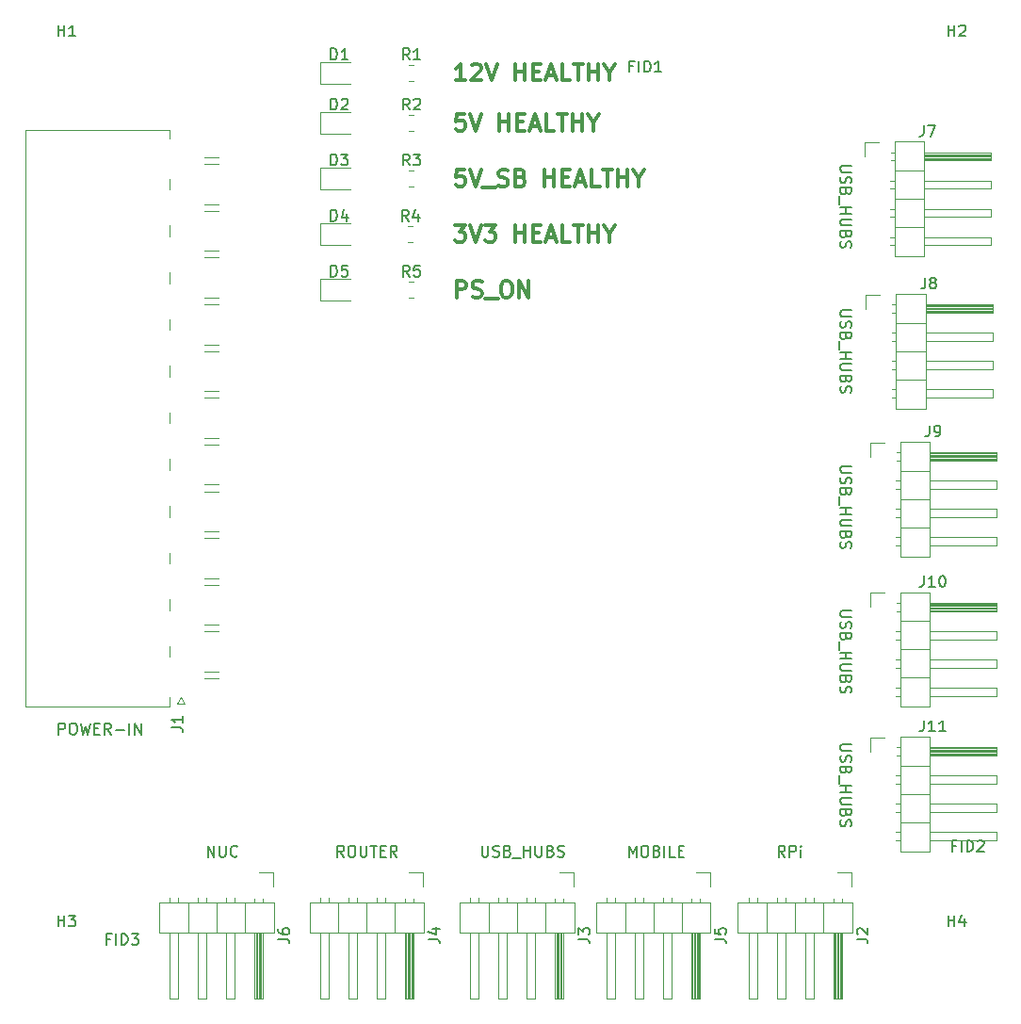
<source format=gbr>
%TF.GenerationSoftware,KiCad,Pcbnew,(6.0.7)*%
%TF.CreationDate,2022-11-08T16:58:00+08:00*%
%TF.ProjectId,main,6d61696e-2e6b-4696-9361-645f70636258,rev?*%
%TF.SameCoordinates,Original*%
%TF.FileFunction,Legend,Top*%
%TF.FilePolarity,Positive*%
%FSLAX46Y46*%
G04 Gerber Fmt 4.6, Leading zero omitted, Abs format (unit mm)*
G04 Created by KiCad (PCBNEW (6.0.7)) date 2022-11-08 16:58:00*
%MOMM*%
%LPD*%
G01*
G04 APERTURE LIST*
%ADD10C,0.300000*%
%ADD11C,0.150000*%
%ADD12C,0.120000*%
G04 APERTURE END LIST*
D10*
X65052142Y-50178571D02*
X65052142Y-48678571D01*
X65623571Y-48678571D01*
X65766428Y-48750000D01*
X65837857Y-48821428D01*
X65909285Y-48964285D01*
X65909285Y-49178571D01*
X65837857Y-49321428D01*
X65766428Y-49392857D01*
X65623571Y-49464285D01*
X65052142Y-49464285D01*
X66480714Y-50107142D02*
X66695000Y-50178571D01*
X67052142Y-50178571D01*
X67195000Y-50107142D01*
X67266428Y-50035714D01*
X67337857Y-49892857D01*
X67337857Y-49750000D01*
X67266428Y-49607142D01*
X67195000Y-49535714D01*
X67052142Y-49464285D01*
X66766428Y-49392857D01*
X66623571Y-49321428D01*
X66552142Y-49250000D01*
X66480714Y-49107142D01*
X66480714Y-48964285D01*
X66552142Y-48821428D01*
X66623571Y-48750000D01*
X66766428Y-48678571D01*
X67123571Y-48678571D01*
X67337857Y-48750000D01*
X67623571Y-50321428D02*
X68766428Y-50321428D01*
X69409285Y-48678571D02*
X69695000Y-48678571D01*
X69837857Y-48750000D01*
X69980714Y-48892857D01*
X70052142Y-49178571D01*
X70052142Y-49678571D01*
X69980714Y-49964285D01*
X69837857Y-50107142D01*
X69695000Y-50178571D01*
X69409285Y-50178571D01*
X69266428Y-50107142D01*
X69123571Y-49964285D01*
X69052142Y-49678571D01*
X69052142Y-49178571D01*
X69123571Y-48892857D01*
X69266428Y-48750000D01*
X69409285Y-48678571D01*
X70695000Y-50178571D02*
X70695000Y-48678571D01*
X71552142Y-50178571D01*
X71552142Y-48678571D01*
X65837857Y-30678571D02*
X64980714Y-30678571D01*
X65409285Y-30678571D02*
X65409285Y-29178571D01*
X65266428Y-29392857D01*
X65123571Y-29535714D01*
X64980714Y-29607142D01*
X66409285Y-29321428D02*
X66480714Y-29250000D01*
X66623571Y-29178571D01*
X66980714Y-29178571D01*
X67123571Y-29250000D01*
X67195000Y-29321428D01*
X67266428Y-29464285D01*
X67266428Y-29607142D01*
X67195000Y-29821428D01*
X66337857Y-30678571D01*
X67266428Y-30678571D01*
X67695000Y-29178571D02*
X68195000Y-30678571D01*
X68695000Y-29178571D01*
X70337857Y-30678571D02*
X70337857Y-29178571D01*
X70337857Y-29892857D02*
X71195000Y-29892857D01*
X71195000Y-30678571D02*
X71195000Y-29178571D01*
X71909285Y-29892857D02*
X72409285Y-29892857D01*
X72623571Y-30678571D02*
X71909285Y-30678571D01*
X71909285Y-29178571D01*
X72623571Y-29178571D01*
X73195000Y-30250000D02*
X73909285Y-30250000D01*
X73052142Y-30678571D02*
X73552142Y-29178571D01*
X74052142Y-30678571D01*
X75266428Y-30678571D02*
X74552142Y-30678571D01*
X74552142Y-29178571D01*
X75552142Y-29178571D02*
X76409285Y-29178571D01*
X75980714Y-30678571D02*
X75980714Y-29178571D01*
X76909285Y-30678571D02*
X76909285Y-29178571D01*
X76909285Y-29892857D02*
X77766428Y-29892857D01*
X77766428Y-30678571D02*
X77766428Y-29178571D01*
X78766428Y-29964285D02*
X78766428Y-30678571D01*
X78266428Y-29178571D02*
X78766428Y-29964285D01*
X79266428Y-29178571D01*
X65766428Y-38678571D02*
X65052142Y-38678571D01*
X64980714Y-39392857D01*
X65052142Y-39321428D01*
X65195000Y-39250000D01*
X65552142Y-39250000D01*
X65695000Y-39321428D01*
X65766428Y-39392857D01*
X65837857Y-39535714D01*
X65837857Y-39892857D01*
X65766428Y-40035714D01*
X65695000Y-40107142D01*
X65552142Y-40178571D01*
X65195000Y-40178571D01*
X65052142Y-40107142D01*
X64980714Y-40035714D01*
X66266428Y-38678571D02*
X66766428Y-40178571D01*
X67266428Y-38678571D01*
X67409285Y-40321428D02*
X68552142Y-40321428D01*
X68837857Y-40107142D02*
X69052142Y-40178571D01*
X69409285Y-40178571D01*
X69552142Y-40107142D01*
X69623571Y-40035714D01*
X69695000Y-39892857D01*
X69695000Y-39750000D01*
X69623571Y-39607142D01*
X69552142Y-39535714D01*
X69409285Y-39464285D01*
X69123571Y-39392857D01*
X68980714Y-39321428D01*
X68909285Y-39250000D01*
X68837857Y-39107142D01*
X68837857Y-38964285D01*
X68909285Y-38821428D01*
X68980714Y-38750000D01*
X69123571Y-38678571D01*
X69480714Y-38678571D01*
X69695000Y-38750000D01*
X70837857Y-39392857D02*
X71052142Y-39464285D01*
X71123571Y-39535714D01*
X71195000Y-39678571D01*
X71195000Y-39892857D01*
X71123571Y-40035714D01*
X71052142Y-40107142D01*
X70909285Y-40178571D01*
X70337857Y-40178571D01*
X70337857Y-38678571D01*
X70837857Y-38678571D01*
X70980714Y-38750000D01*
X71052142Y-38821428D01*
X71123571Y-38964285D01*
X71123571Y-39107142D01*
X71052142Y-39250000D01*
X70980714Y-39321428D01*
X70837857Y-39392857D01*
X70337857Y-39392857D01*
X72980714Y-40178571D02*
X72980714Y-38678571D01*
X72980714Y-39392857D02*
X73837857Y-39392857D01*
X73837857Y-40178571D02*
X73837857Y-38678571D01*
X74552142Y-39392857D02*
X75052142Y-39392857D01*
X75266428Y-40178571D02*
X74552142Y-40178571D01*
X74552142Y-38678571D01*
X75266428Y-38678571D01*
X75837857Y-39750000D02*
X76552142Y-39750000D01*
X75695000Y-40178571D02*
X76195000Y-38678571D01*
X76695000Y-40178571D01*
X77909285Y-40178571D02*
X77195000Y-40178571D01*
X77195000Y-38678571D01*
X78195000Y-38678571D02*
X79052142Y-38678571D01*
X78623571Y-40178571D02*
X78623571Y-38678571D01*
X79552142Y-40178571D02*
X79552142Y-38678571D01*
X79552142Y-39392857D02*
X80409285Y-39392857D01*
X80409285Y-40178571D02*
X80409285Y-38678571D01*
X81409285Y-39464285D02*
X81409285Y-40178571D01*
X80909285Y-38678571D02*
X81409285Y-39464285D01*
X81909285Y-38678571D01*
X65766428Y-33678571D02*
X65052142Y-33678571D01*
X64980714Y-34392857D01*
X65052142Y-34321428D01*
X65195000Y-34250000D01*
X65552142Y-34250000D01*
X65695000Y-34321428D01*
X65766428Y-34392857D01*
X65837857Y-34535714D01*
X65837857Y-34892857D01*
X65766428Y-35035714D01*
X65695000Y-35107142D01*
X65552142Y-35178571D01*
X65195000Y-35178571D01*
X65052142Y-35107142D01*
X64980714Y-35035714D01*
X66266428Y-33678571D02*
X66766428Y-35178571D01*
X67266428Y-33678571D01*
X68909285Y-35178571D02*
X68909285Y-33678571D01*
X68909285Y-34392857D02*
X69766428Y-34392857D01*
X69766428Y-35178571D02*
X69766428Y-33678571D01*
X70480714Y-34392857D02*
X70980714Y-34392857D01*
X71195000Y-35178571D02*
X70480714Y-35178571D01*
X70480714Y-33678571D01*
X71195000Y-33678571D01*
X71766428Y-34750000D02*
X72480714Y-34750000D01*
X71623571Y-35178571D02*
X72123571Y-33678571D01*
X72623571Y-35178571D01*
X73837857Y-35178571D02*
X73123571Y-35178571D01*
X73123571Y-33678571D01*
X74123571Y-33678571D02*
X74980714Y-33678571D01*
X74552142Y-35178571D02*
X74552142Y-33678571D01*
X75480714Y-35178571D02*
X75480714Y-33678571D01*
X75480714Y-34392857D02*
X76337857Y-34392857D01*
X76337857Y-35178571D02*
X76337857Y-33678571D01*
X77337857Y-34464285D02*
X77337857Y-35178571D01*
X76837857Y-33678571D02*
X77337857Y-34464285D01*
X77837857Y-33678571D01*
X64909285Y-43678571D02*
X65837857Y-43678571D01*
X65337857Y-44250000D01*
X65552142Y-44250000D01*
X65695000Y-44321428D01*
X65766428Y-44392857D01*
X65837857Y-44535714D01*
X65837857Y-44892857D01*
X65766428Y-45035714D01*
X65695000Y-45107142D01*
X65552142Y-45178571D01*
X65123571Y-45178571D01*
X64980714Y-45107142D01*
X64909285Y-45035714D01*
X66266428Y-43678571D02*
X66766428Y-45178571D01*
X67266428Y-43678571D01*
X67623571Y-43678571D02*
X68552142Y-43678571D01*
X68052142Y-44250000D01*
X68266428Y-44250000D01*
X68409285Y-44321428D01*
X68480714Y-44392857D01*
X68552142Y-44535714D01*
X68552142Y-44892857D01*
X68480714Y-45035714D01*
X68409285Y-45107142D01*
X68266428Y-45178571D01*
X67837857Y-45178571D01*
X67695000Y-45107142D01*
X67623571Y-45035714D01*
X70337857Y-45178571D02*
X70337857Y-43678571D01*
X70337857Y-44392857D02*
X71195000Y-44392857D01*
X71195000Y-45178571D02*
X71195000Y-43678571D01*
X71909285Y-44392857D02*
X72409285Y-44392857D01*
X72623571Y-45178571D02*
X71909285Y-45178571D01*
X71909285Y-43678571D01*
X72623571Y-43678571D01*
X73195000Y-44750000D02*
X73909285Y-44750000D01*
X73052142Y-45178571D02*
X73552142Y-43678571D01*
X74052142Y-45178571D01*
X75266428Y-45178571D02*
X74552142Y-45178571D01*
X74552142Y-43678571D01*
X75552142Y-43678571D02*
X76409285Y-43678571D01*
X75980714Y-45178571D02*
X75980714Y-43678571D01*
X76909285Y-45178571D02*
X76909285Y-43678571D01*
X76909285Y-44392857D02*
X77766428Y-44392857D01*
X77766428Y-45178571D02*
X77766428Y-43678571D01*
X78766428Y-44464285D02*
X78766428Y-45178571D01*
X78266428Y-43678571D02*
X78766428Y-44464285D01*
X79266428Y-43678571D01*
D11*
%TO.C,J8*%
X107176666Y-48382380D02*
X107176666Y-49096666D01*
X107129047Y-49239523D01*
X107033809Y-49334761D01*
X106890952Y-49382380D01*
X106795714Y-49382380D01*
X107795714Y-48810952D02*
X107700476Y-48763333D01*
X107652857Y-48715714D01*
X107605238Y-48620476D01*
X107605238Y-48572857D01*
X107652857Y-48477619D01*
X107700476Y-48430000D01*
X107795714Y-48382380D01*
X107986190Y-48382380D01*
X108081428Y-48430000D01*
X108129047Y-48477619D01*
X108176666Y-48572857D01*
X108176666Y-48620476D01*
X108129047Y-48715714D01*
X108081428Y-48763333D01*
X107986190Y-48810952D01*
X107795714Y-48810952D01*
X107700476Y-48858571D01*
X107652857Y-48906190D01*
X107605238Y-49001428D01*
X107605238Y-49191904D01*
X107652857Y-49287142D01*
X107700476Y-49334761D01*
X107795714Y-49382380D01*
X107986190Y-49382380D01*
X108081428Y-49334761D01*
X108129047Y-49287142D01*
X108176666Y-49191904D01*
X108176666Y-49001428D01*
X108129047Y-48906190D01*
X108081428Y-48858571D01*
X107986190Y-48810952D01*
X100547619Y-51333333D02*
X99738095Y-51333333D01*
X99642857Y-51380952D01*
X99595238Y-51428571D01*
X99547619Y-51523809D01*
X99547619Y-51714285D01*
X99595238Y-51809523D01*
X99642857Y-51857142D01*
X99738095Y-51904761D01*
X100547619Y-51904761D01*
X99595238Y-52333333D02*
X99547619Y-52476190D01*
X99547619Y-52714285D01*
X99595238Y-52809523D01*
X99642857Y-52857142D01*
X99738095Y-52904761D01*
X99833333Y-52904761D01*
X99928571Y-52857142D01*
X99976190Y-52809523D01*
X100023809Y-52714285D01*
X100071428Y-52523809D01*
X100119047Y-52428571D01*
X100166666Y-52380952D01*
X100261904Y-52333333D01*
X100357142Y-52333333D01*
X100452380Y-52380952D01*
X100500000Y-52428571D01*
X100547619Y-52523809D01*
X100547619Y-52761904D01*
X100500000Y-52904761D01*
X100071428Y-53666666D02*
X100023809Y-53809523D01*
X99976190Y-53857142D01*
X99880952Y-53904761D01*
X99738095Y-53904761D01*
X99642857Y-53857142D01*
X99595238Y-53809523D01*
X99547619Y-53714285D01*
X99547619Y-53333333D01*
X100547619Y-53333333D01*
X100547619Y-53666666D01*
X100500000Y-53761904D01*
X100452380Y-53809523D01*
X100357142Y-53857142D01*
X100261904Y-53857142D01*
X100166666Y-53809523D01*
X100119047Y-53761904D01*
X100071428Y-53666666D01*
X100071428Y-53333333D01*
X99452380Y-54095238D02*
X99452380Y-54857142D01*
X99547619Y-55095238D02*
X100547619Y-55095238D01*
X100071428Y-55095238D02*
X100071428Y-55666666D01*
X99547619Y-55666666D02*
X100547619Y-55666666D01*
X100547619Y-56142857D02*
X99738095Y-56142857D01*
X99642857Y-56190476D01*
X99595238Y-56238095D01*
X99547619Y-56333333D01*
X99547619Y-56523809D01*
X99595238Y-56619047D01*
X99642857Y-56666666D01*
X99738095Y-56714285D01*
X100547619Y-56714285D01*
X100071428Y-57523809D02*
X100023809Y-57666666D01*
X99976190Y-57714285D01*
X99880952Y-57761904D01*
X99738095Y-57761904D01*
X99642857Y-57714285D01*
X99595238Y-57666666D01*
X99547619Y-57571428D01*
X99547619Y-57190476D01*
X100547619Y-57190476D01*
X100547619Y-57523809D01*
X100500000Y-57619047D01*
X100452380Y-57666666D01*
X100357142Y-57714285D01*
X100261904Y-57714285D01*
X100166666Y-57666666D01*
X100119047Y-57619047D01*
X100071428Y-57523809D01*
X100071428Y-57190476D01*
X99595238Y-58142857D02*
X99547619Y-58285714D01*
X99547619Y-58523809D01*
X99595238Y-58619047D01*
X99642857Y-58666666D01*
X99738095Y-58714285D01*
X99833333Y-58714285D01*
X99928571Y-58666666D01*
X99976190Y-58619047D01*
X100023809Y-58523809D01*
X100071428Y-58333333D01*
X100119047Y-58238095D01*
X100166666Y-58190476D01*
X100261904Y-58142857D01*
X100357142Y-58142857D01*
X100452380Y-58190476D01*
X100500000Y-58238095D01*
X100547619Y-58333333D01*
X100547619Y-58571428D01*
X100500000Y-58714285D01*
%TO.C,H4*%
X109238095Y-106702380D02*
X109238095Y-105702380D01*
X109238095Y-106178571D02*
X109809523Y-106178571D01*
X109809523Y-106702380D02*
X109809523Y-105702380D01*
X110714285Y-106035714D02*
X110714285Y-106702380D01*
X110476190Y-105654761D02*
X110238095Y-106369047D01*
X110857142Y-106369047D01*
%TO.C,FID1*%
X80928571Y-29388571D02*
X80595238Y-29388571D01*
X80595238Y-29912380D02*
X80595238Y-28912380D01*
X81071428Y-28912380D01*
X81452380Y-29912380D02*
X81452380Y-28912380D01*
X81928571Y-29912380D02*
X81928571Y-28912380D01*
X82166666Y-28912380D01*
X82309523Y-28960000D01*
X82404761Y-29055238D01*
X82452380Y-29150476D01*
X82500000Y-29340952D01*
X82500000Y-29483809D01*
X82452380Y-29674285D01*
X82404761Y-29769523D01*
X82309523Y-29864761D01*
X82166666Y-29912380D01*
X81928571Y-29912380D01*
X83452380Y-29912380D02*
X82880952Y-29912380D01*
X83166666Y-29912380D02*
X83166666Y-28912380D01*
X83071428Y-29055238D01*
X82976190Y-29150476D01*
X82880952Y-29198095D01*
%TO.C,H1*%
X29238095Y-26702380D02*
X29238095Y-25702380D01*
X29238095Y-26178571D02*
X29809523Y-26178571D01*
X29809523Y-26702380D02*
X29809523Y-25702380D01*
X30809523Y-26702380D02*
X30238095Y-26702380D01*
X30523809Y-26702380D02*
X30523809Y-25702380D01*
X30428571Y-25845238D01*
X30333333Y-25940476D01*
X30238095Y-25988095D01*
%TO.C,H3*%
X29238095Y-106702380D02*
X29238095Y-105702380D01*
X29238095Y-106178571D02*
X29809523Y-106178571D01*
X29809523Y-106702380D02*
X29809523Y-105702380D01*
X30190476Y-105702380D02*
X30809523Y-105702380D01*
X30476190Y-106083333D01*
X30619047Y-106083333D01*
X30714285Y-106130952D01*
X30761904Y-106178571D01*
X30809523Y-106273809D01*
X30809523Y-106511904D01*
X30761904Y-106607142D01*
X30714285Y-106654761D01*
X30619047Y-106702380D01*
X30333333Y-106702380D01*
X30238095Y-106654761D01*
X30190476Y-106607142D01*
%TO.C,D3*%
X53761904Y-38302380D02*
X53761904Y-37302380D01*
X54000000Y-37302380D01*
X54142857Y-37350000D01*
X54238095Y-37445238D01*
X54285714Y-37540476D01*
X54333333Y-37730952D01*
X54333333Y-37873809D01*
X54285714Y-38064285D01*
X54238095Y-38159523D01*
X54142857Y-38254761D01*
X54000000Y-38302380D01*
X53761904Y-38302380D01*
X54666666Y-37302380D02*
X55285714Y-37302380D01*
X54952380Y-37683333D01*
X55095238Y-37683333D01*
X55190476Y-37730952D01*
X55238095Y-37778571D01*
X55285714Y-37873809D01*
X55285714Y-38111904D01*
X55238095Y-38207142D01*
X55190476Y-38254761D01*
X55095238Y-38302380D01*
X54809523Y-38302380D01*
X54714285Y-38254761D01*
X54666666Y-38207142D01*
%TO.C,J7*%
X107051666Y-34682380D02*
X107051666Y-35396666D01*
X107004047Y-35539523D01*
X106908809Y-35634761D01*
X106765952Y-35682380D01*
X106670714Y-35682380D01*
X107432619Y-34682380D02*
X108099285Y-34682380D01*
X107670714Y-35682380D01*
X100547619Y-38333333D02*
X99738095Y-38333333D01*
X99642857Y-38380952D01*
X99595238Y-38428571D01*
X99547619Y-38523809D01*
X99547619Y-38714285D01*
X99595238Y-38809523D01*
X99642857Y-38857142D01*
X99738095Y-38904761D01*
X100547619Y-38904761D01*
X99595238Y-39333333D02*
X99547619Y-39476190D01*
X99547619Y-39714285D01*
X99595238Y-39809523D01*
X99642857Y-39857142D01*
X99738095Y-39904761D01*
X99833333Y-39904761D01*
X99928571Y-39857142D01*
X99976190Y-39809523D01*
X100023809Y-39714285D01*
X100071428Y-39523809D01*
X100119047Y-39428571D01*
X100166666Y-39380952D01*
X100261904Y-39333333D01*
X100357142Y-39333333D01*
X100452380Y-39380952D01*
X100500000Y-39428571D01*
X100547619Y-39523809D01*
X100547619Y-39761904D01*
X100500000Y-39904761D01*
X100071428Y-40666666D02*
X100023809Y-40809523D01*
X99976190Y-40857142D01*
X99880952Y-40904761D01*
X99738095Y-40904761D01*
X99642857Y-40857142D01*
X99595238Y-40809523D01*
X99547619Y-40714285D01*
X99547619Y-40333333D01*
X100547619Y-40333333D01*
X100547619Y-40666666D01*
X100500000Y-40761904D01*
X100452380Y-40809523D01*
X100357142Y-40857142D01*
X100261904Y-40857142D01*
X100166666Y-40809523D01*
X100119047Y-40761904D01*
X100071428Y-40666666D01*
X100071428Y-40333333D01*
X99452380Y-41095238D02*
X99452380Y-41857142D01*
X99547619Y-42095238D02*
X100547619Y-42095238D01*
X100071428Y-42095238D02*
X100071428Y-42666666D01*
X99547619Y-42666666D02*
X100547619Y-42666666D01*
X100547619Y-43142857D02*
X99738095Y-43142857D01*
X99642857Y-43190476D01*
X99595238Y-43238095D01*
X99547619Y-43333333D01*
X99547619Y-43523809D01*
X99595238Y-43619047D01*
X99642857Y-43666666D01*
X99738095Y-43714285D01*
X100547619Y-43714285D01*
X100071428Y-44523809D02*
X100023809Y-44666666D01*
X99976190Y-44714285D01*
X99880952Y-44761904D01*
X99738095Y-44761904D01*
X99642857Y-44714285D01*
X99595238Y-44666666D01*
X99547619Y-44571428D01*
X99547619Y-44190476D01*
X100547619Y-44190476D01*
X100547619Y-44523809D01*
X100500000Y-44619047D01*
X100452380Y-44666666D01*
X100357142Y-44714285D01*
X100261904Y-44714285D01*
X100166666Y-44666666D01*
X100119047Y-44619047D01*
X100071428Y-44523809D01*
X100071428Y-44190476D01*
X99595238Y-45142857D02*
X99547619Y-45285714D01*
X99547619Y-45523809D01*
X99595238Y-45619047D01*
X99642857Y-45666666D01*
X99738095Y-45714285D01*
X99833333Y-45714285D01*
X99928571Y-45666666D01*
X99976190Y-45619047D01*
X100023809Y-45523809D01*
X100071428Y-45333333D01*
X100119047Y-45238095D01*
X100166666Y-45190476D01*
X100261904Y-45142857D01*
X100357142Y-45142857D01*
X100452380Y-45190476D01*
X100500000Y-45238095D01*
X100547619Y-45333333D01*
X100547619Y-45571428D01*
X100500000Y-45714285D01*
%TO.C,R4*%
X60745833Y-43302380D02*
X60412500Y-42826190D01*
X60174404Y-43302380D02*
X60174404Y-42302380D01*
X60555357Y-42302380D01*
X60650595Y-42350000D01*
X60698214Y-42397619D01*
X60745833Y-42492857D01*
X60745833Y-42635714D01*
X60698214Y-42730952D01*
X60650595Y-42778571D01*
X60555357Y-42826190D01*
X60174404Y-42826190D01*
X61602976Y-42635714D02*
X61602976Y-43302380D01*
X61364880Y-42254761D02*
X61126785Y-42969047D01*
X61745833Y-42969047D01*
%TO.C,J5*%
X88272380Y-107843333D02*
X88986666Y-107843333D01*
X89129523Y-107890952D01*
X89224761Y-107986190D01*
X89272380Y-108129047D01*
X89272380Y-108224285D01*
X88272380Y-106890952D02*
X88272380Y-107367142D01*
X88748571Y-107414761D01*
X88700952Y-107367142D01*
X88653333Y-107271904D01*
X88653333Y-107033809D01*
X88700952Y-106938571D01*
X88748571Y-106890952D01*
X88843809Y-106843333D01*
X89081904Y-106843333D01*
X89177142Y-106890952D01*
X89224761Y-106938571D01*
X89272380Y-107033809D01*
X89272380Y-107271904D01*
X89224761Y-107367142D01*
X89177142Y-107414761D01*
X80547619Y-100452380D02*
X80547619Y-99452380D01*
X80880952Y-100166666D01*
X81214285Y-99452380D01*
X81214285Y-100452380D01*
X81880952Y-99452380D02*
X82071428Y-99452380D01*
X82166666Y-99500000D01*
X82261904Y-99595238D01*
X82309523Y-99785714D01*
X82309523Y-100119047D01*
X82261904Y-100309523D01*
X82166666Y-100404761D01*
X82071428Y-100452380D01*
X81880952Y-100452380D01*
X81785714Y-100404761D01*
X81690476Y-100309523D01*
X81642857Y-100119047D01*
X81642857Y-99785714D01*
X81690476Y-99595238D01*
X81785714Y-99500000D01*
X81880952Y-99452380D01*
X83071428Y-99928571D02*
X83214285Y-99976190D01*
X83261904Y-100023809D01*
X83309523Y-100119047D01*
X83309523Y-100261904D01*
X83261904Y-100357142D01*
X83214285Y-100404761D01*
X83119047Y-100452380D01*
X82738095Y-100452380D01*
X82738095Y-99452380D01*
X83071428Y-99452380D01*
X83166666Y-99500000D01*
X83214285Y-99547619D01*
X83261904Y-99642857D01*
X83261904Y-99738095D01*
X83214285Y-99833333D01*
X83166666Y-99880952D01*
X83071428Y-99928571D01*
X82738095Y-99928571D01*
X83738095Y-100452380D02*
X83738095Y-99452380D01*
X84690476Y-100452380D02*
X84214285Y-100452380D01*
X84214285Y-99452380D01*
X85023809Y-99928571D02*
X85357142Y-99928571D01*
X85500000Y-100452380D02*
X85023809Y-100452380D01*
X85023809Y-99452380D01*
X85500000Y-99452380D01*
%TO.C,R5*%
X60833333Y-48302380D02*
X60500000Y-47826190D01*
X60261904Y-48302380D02*
X60261904Y-47302380D01*
X60642857Y-47302380D01*
X60738095Y-47350000D01*
X60785714Y-47397619D01*
X60833333Y-47492857D01*
X60833333Y-47635714D01*
X60785714Y-47730952D01*
X60738095Y-47778571D01*
X60642857Y-47826190D01*
X60261904Y-47826190D01*
X61738095Y-47302380D02*
X61261904Y-47302380D01*
X61214285Y-47778571D01*
X61261904Y-47730952D01*
X61357142Y-47683333D01*
X61595238Y-47683333D01*
X61690476Y-47730952D01*
X61738095Y-47778571D01*
X61785714Y-47873809D01*
X61785714Y-48111904D01*
X61738095Y-48207142D01*
X61690476Y-48254761D01*
X61595238Y-48302380D01*
X61357142Y-48302380D01*
X61261904Y-48254761D01*
X61214285Y-48207142D01*
%TO.C,J9*%
X107551666Y-61682380D02*
X107551666Y-62396666D01*
X107504047Y-62539523D01*
X107408809Y-62634761D01*
X107265952Y-62682380D01*
X107170714Y-62682380D01*
X108075476Y-62682380D02*
X108265952Y-62682380D01*
X108361190Y-62634761D01*
X108408809Y-62587142D01*
X108504047Y-62444285D01*
X108551666Y-62253809D01*
X108551666Y-61872857D01*
X108504047Y-61777619D01*
X108456428Y-61730000D01*
X108361190Y-61682380D01*
X108170714Y-61682380D01*
X108075476Y-61730000D01*
X108027857Y-61777619D01*
X107980238Y-61872857D01*
X107980238Y-62110952D01*
X108027857Y-62206190D01*
X108075476Y-62253809D01*
X108170714Y-62301428D01*
X108361190Y-62301428D01*
X108456428Y-62253809D01*
X108504047Y-62206190D01*
X108551666Y-62110952D01*
X100547619Y-65333333D02*
X99738095Y-65333333D01*
X99642857Y-65380952D01*
X99595238Y-65428571D01*
X99547619Y-65523809D01*
X99547619Y-65714285D01*
X99595238Y-65809523D01*
X99642857Y-65857142D01*
X99738095Y-65904761D01*
X100547619Y-65904761D01*
X99595238Y-66333333D02*
X99547619Y-66476190D01*
X99547619Y-66714285D01*
X99595238Y-66809523D01*
X99642857Y-66857142D01*
X99738095Y-66904761D01*
X99833333Y-66904761D01*
X99928571Y-66857142D01*
X99976190Y-66809523D01*
X100023809Y-66714285D01*
X100071428Y-66523809D01*
X100119047Y-66428571D01*
X100166666Y-66380952D01*
X100261904Y-66333333D01*
X100357142Y-66333333D01*
X100452380Y-66380952D01*
X100500000Y-66428571D01*
X100547619Y-66523809D01*
X100547619Y-66761904D01*
X100500000Y-66904761D01*
X100071428Y-67666666D02*
X100023809Y-67809523D01*
X99976190Y-67857142D01*
X99880952Y-67904761D01*
X99738095Y-67904761D01*
X99642857Y-67857142D01*
X99595238Y-67809523D01*
X99547619Y-67714285D01*
X99547619Y-67333333D01*
X100547619Y-67333333D01*
X100547619Y-67666666D01*
X100500000Y-67761904D01*
X100452380Y-67809523D01*
X100357142Y-67857142D01*
X100261904Y-67857142D01*
X100166666Y-67809523D01*
X100119047Y-67761904D01*
X100071428Y-67666666D01*
X100071428Y-67333333D01*
X99452380Y-68095238D02*
X99452380Y-68857142D01*
X99547619Y-69095238D02*
X100547619Y-69095238D01*
X100071428Y-69095238D02*
X100071428Y-69666666D01*
X99547619Y-69666666D02*
X100547619Y-69666666D01*
X100547619Y-70142857D02*
X99738095Y-70142857D01*
X99642857Y-70190476D01*
X99595238Y-70238095D01*
X99547619Y-70333333D01*
X99547619Y-70523809D01*
X99595238Y-70619047D01*
X99642857Y-70666666D01*
X99738095Y-70714285D01*
X100547619Y-70714285D01*
X100071428Y-71523809D02*
X100023809Y-71666666D01*
X99976190Y-71714285D01*
X99880952Y-71761904D01*
X99738095Y-71761904D01*
X99642857Y-71714285D01*
X99595238Y-71666666D01*
X99547619Y-71571428D01*
X99547619Y-71190476D01*
X100547619Y-71190476D01*
X100547619Y-71523809D01*
X100500000Y-71619047D01*
X100452380Y-71666666D01*
X100357142Y-71714285D01*
X100261904Y-71714285D01*
X100166666Y-71666666D01*
X100119047Y-71619047D01*
X100071428Y-71523809D01*
X100071428Y-71190476D01*
X99595238Y-72142857D02*
X99547619Y-72285714D01*
X99547619Y-72523809D01*
X99595238Y-72619047D01*
X99642857Y-72666666D01*
X99738095Y-72714285D01*
X99833333Y-72714285D01*
X99928571Y-72666666D01*
X99976190Y-72619047D01*
X100023809Y-72523809D01*
X100071428Y-72333333D01*
X100119047Y-72238095D01*
X100166666Y-72190476D01*
X100261904Y-72142857D01*
X100357142Y-72142857D01*
X100452380Y-72190476D01*
X100500000Y-72238095D01*
X100547619Y-72333333D01*
X100547619Y-72571428D01*
X100500000Y-72714285D01*
%TO.C,J3*%
X76022380Y-107843333D02*
X76736666Y-107843333D01*
X76879523Y-107890952D01*
X76974761Y-107986190D01*
X77022380Y-108129047D01*
X77022380Y-108224285D01*
X76022380Y-107462380D02*
X76022380Y-106843333D01*
X76403333Y-107176666D01*
X76403333Y-107033809D01*
X76450952Y-106938571D01*
X76498571Y-106890952D01*
X76593809Y-106843333D01*
X76831904Y-106843333D01*
X76927142Y-106890952D01*
X76974761Y-106938571D01*
X77022380Y-107033809D01*
X77022380Y-107319523D01*
X76974761Y-107414761D01*
X76927142Y-107462380D01*
X67333333Y-99452380D02*
X67333333Y-100261904D01*
X67380952Y-100357142D01*
X67428571Y-100404761D01*
X67523809Y-100452380D01*
X67714285Y-100452380D01*
X67809523Y-100404761D01*
X67857142Y-100357142D01*
X67904761Y-100261904D01*
X67904761Y-99452380D01*
X68333333Y-100404761D02*
X68476190Y-100452380D01*
X68714285Y-100452380D01*
X68809523Y-100404761D01*
X68857142Y-100357142D01*
X68904761Y-100261904D01*
X68904761Y-100166666D01*
X68857142Y-100071428D01*
X68809523Y-100023809D01*
X68714285Y-99976190D01*
X68523809Y-99928571D01*
X68428571Y-99880952D01*
X68380952Y-99833333D01*
X68333333Y-99738095D01*
X68333333Y-99642857D01*
X68380952Y-99547619D01*
X68428571Y-99500000D01*
X68523809Y-99452380D01*
X68761904Y-99452380D01*
X68904761Y-99500000D01*
X69666666Y-99928571D02*
X69809523Y-99976190D01*
X69857142Y-100023809D01*
X69904761Y-100119047D01*
X69904761Y-100261904D01*
X69857142Y-100357142D01*
X69809523Y-100404761D01*
X69714285Y-100452380D01*
X69333333Y-100452380D01*
X69333333Y-99452380D01*
X69666666Y-99452380D01*
X69761904Y-99500000D01*
X69809523Y-99547619D01*
X69857142Y-99642857D01*
X69857142Y-99738095D01*
X69809523Y-99833333D01*
X69761904Y-99880952D01*
X69666666Y-99928571D01*
X69333333Y-99928571D01*
X70095238Y-100547619D02*
X70857142Y-100547619D01*
X71095238Y-100452380D02*
X71095238Y-99452380D01*
X71095238Y-99928571D02*
X71666666Y-99928571D01*
X71666666Y-100452380D02*
X71666666Y-99452380D01*
X72142857Y-99452380D02*
X72142857Y-100261904D01*
X72190476Y-100357142D01*
X72238095Y-100404761D01*
X72333333Y-100452380D01*
X72523809Y-100452380D01*
X72619047Y-100404761D01*
X72666666Y-100357142D01*
X72714285Y-100261904D01*
X72714285Y-99452380D01*
X73523809Y-99928571D02*
X73666666Y-99976190D01*
X73714285Y-100023809D01*
X73761904Y-100119047D01*
X73761904Y-100261904D01*
X73714285Y-100357142D01*
X73666666Y-100404761D01*
X73571428Y-100452380D01*
X73190476Y-100452380D01*
X73190476Y-99452380D01*
X73523809Y-99452380D01*
X73619047Y-99500000D01*
X73666666Y-99547619D01*
X73714285Y-99642857D01*
X73714285Y-99738095D01*
X73666666Y-99833333D01*
X73619047Y-99880952D01*
X73523809Y-99928571D01*
X73190476Y-99928571D01*
X74142857Y-100404761D02*
X74285714Y-100452380D01*
X74523809Y-100452380D01*
X74619047Y-100404761D01*
X74666666Y-100357142D01*
X74714285Y-100261904D01*
X74714285Y-100166666D01*
X74666666Y-100071428D01*
X74619047Y-100023809D01*
X74523809Y-99976190D01*
X74333333Y-99928571D01*
X74238095Y-99880952D01*
X74190476Y-99833333D01*
X74142857Y-99738095D01*
X74142857Y-99642857D01*
X74190476Y-99547619D01*
X74238095Y-99500000D01*
X74333333Y-99452380D01*
X74571428Y-99452380D01*
X74714285Y-99500000D01*
%TO.C,FID2*%
X109928571Y-99452071D02*
X109595238Y-99452071D01*
X109595238Y-99975880D02*
X109595238Y-98975880D01*
X110071428Y-98975880D01*
X110452380Y-99975880D02*
X110452380Y-98975880D01*
X110928571Y-99975880D02*
X110928571Y-98975880D01*
X111166666Y-98975880D01*
X111309523Y-99023500D01*
X111404761Y-99118738D01*
X111452380Y-99213976D01*
X111500000Y-99404452D01*
X111500000Y-99547309D01*
X111452380Y-99737785D01*
X111404761Y-99833023D01*
X111309523Y-99928261D01*
X111166666Y-99975880D01*
X110928571Y-99975880D01*
X111880952Y-99071119D02*
X111928571Y-99023500D01*
X112023809Y-98975880D01*
X112261904Y-98975880D01*
X112357142Y-99023500D01*
X112404761Y-99071119D01*
X112452380Y-99166357D01*
X112452380Y-99261595D01*
X112404761Y-99404452D01*
X111833333Y-99975880D01*
X112452380Y-99975880D01*
%TO.C,J2*%
X101022380Y-107843333D02*
X101736666Y-107843333D01*
X101879523Y-107890952D01*
X101974761Y-107986190D01*
X102022380Y-108129047D01*
X102022380Y-108224285D01*
X101117619Y-107414761D02*
X101070000Y-107367142D01*
X101022380Y-107271904D01*
X101022380Y-107033809D01*
X101070000Y-106938571D01*
X101117619Y-106890952D01*
X101212857Y-106843333D01*
X101308095Y-106843333D01*
X101450952Y-106890952D01*
X102022380Y-107462380D01*
X102022380Y-106843333D01*
X94571428Y-100452380D02*
X94238095Y-99976190D01*
X94000000Y-100452380D02*
X94000000Y-99452380D01*
X94380952Y-99452380D01*
X94476190Y-99500000D01*
X94523809Y-99547619D01*
X94571428Y-99642857D01*
X94571428Y-99785714D01*
X94523809Y-99880952D01*
X94476190Y-99928571D01*
X94380952Y-99976190D01*
X94000000Y-99976190D01*
X95000000Y-100452380D02*
X95000000Y-99452380D01*
X95380952Y-99452380D01*
X95476190Y-99500000D01*
X95523809Y-99547619D01*
X95571428Y-99642857D01*
X95571428Y-99785714D01*
X95523809Y-99880952D01*
X95476190Y-99928571D01*
X95380952Y-99976190D01*
X95000000Y-99976190D01*
X96000000Y-100452380D02*
X96000000Y-99785714D01*
X96000000Y-99452380D02*
X95952380Y-99500000D01*
X96000000Y-99547619D01*
X96047619Y-99500000D01*
X96000000Y-99452380D01*
X96000000Y-99547619D01*
%TO.C,D4*%
X53761904Y-43302380D02*
X53761904Y-42302380D01*
X54000000Y-42302380D01*
X54142857Y-42350000D01*
X54238095Y-42445238D01*
X54285714Y-42540476D01*
X54333333Y-42730952D01*
X54333333Y-42873809D01*
X54285714Y-43064285D01*
X54238095Y-43159523D01*
X54142857Y-43254761D01*
X54000000Y-43302380D01*
X53761904Y-43302380D01*
X55190476Y-42635714D02*
X55190476Y-43302380D01*
X54952380Y-42254761D02*
X54714285Y-42969047D01*
X55333333Y-42969047D01*
%TO.C,D1*%
X53761904Y-28802380D02*
X53761904Y-27802380D01*
X54000000Y-27802380D01*
X54142857Y-27850000D01*
X54238095Y-27945238D01*
X54285714Y-28040476D01*
X54333333Y-28230952D01*
X54333333Y-28373809D01*
X54285714Y-28564285D01*
X54238095Y-28659523D01*
X54142857Y-28754761D01*
X54000000Y-28802380D01*
X53761904Y-28802380D01*
X55285714Y-28802380D02*
X54714285Y-28802380D01*
X55000000Y-28802380D02*
X55000000Y-27802380D01*
X54904761Y-27945238D01*
X54809523Y-28040476D01*
X54714285Y-28088095D01*
%TO.C,J1*%
X39452380Y-88833333D02*
X40166666Y-88833333D01*
X40309523Y-88880952D01*
X40404761Y-88976190D01*
X40452380Y-89119047D01*
X40452380Y-89214285D01*
X40452380Y-87833333D02*
X40452380Y-88404761D01*
X40452380Y-88119047D02*
X39452380Y-88119047D01*
X39595238Y-88214285D01*
X39690476Y-88309523D01*
X39738095Y-88404761D01*
X29309523Y-89452380D02*
X29309523Y-88452380D01*
X29690476Y-88452380D01*
X29785714Y-88500000D01*
X29833333Y-88547619D01*
X29880952Y-88642857D01*
X29880952Y-88785714D01*
X29833333Y-88880952D01*
X29785714Y-88928571D01*
X29690476Y-88976190D01*
X29309523Y-88976190D01*
X30500000Y-88452380D02*
X30690476Y-88452380D01*
X30785714Y-88500000D01*
X30880952Y-88595238D01*
X30928571Y-88785714D01*
X30928571Y-89119047D01*
X30880952Y-89309523D01*
X30785714Y-89404761D01*
X30690476Y-89452380D01*
X30500000Y-89452380D01*
X30404761Y-89404761D01*
X30309523Y-89309523D01*
X30261904Y-89119047D01*
X30261904Y-88785714D01*
X30309523Y-88595238D01*
X30404761Y-88500000D01*
X30500000Y-88452380D01*
X31261904Y-88452380D02*
X31500000Y-89452380D01*
X31690476Y-88738095D01*
X31880952Y-89452380D01*
X32119047Y-88452380D01*
X32500000Y-88928571D02*
X32833333Y-88928571D01*
X32976190Y-89452380D02*
X32500000Y-89452380D01*
X32500000Y-88452380D01*
X32976190Y-88452380D01*
X33976190Y-89452380D02*
X33642857Y-88976190D01*
X33404761Y-89452380D02*
X33404761Y-88452380D01*
X33785714Y-88452380D01*
X33880952Y-88500000D01*
X33928571Y-88547619D01*
X33976190Y-88642857D01*
X33976190Y-88785714D01*
X33928571Y-88880952D01*
X33880952Y-88928571D01*
X33785714Y-88976190D01*
X33404761Y-88976190D01*
X34404761Y-89071428D02*
X35166666Y-89071428D01*
X35642857Y-89452380D02*
X35642857Y-88452380D01*
X36119047Y-89452380D02*
X36119047Y-88452380D01*
X36690476Y-89452380D01*
X36690476Y-88452380D01*
%TO.C,D5*%
X53761904Y-48302380D02*
X53761904Y-47302380D01*
X54000000Y-47302380D01*
X54142857Y-47350000D01*
X54238095Y-47445238D01*
X54285714Y-47540476D01*
X54333333Y-47730952D01*
X54333333Y-47873809D01*
X54285714Y-48064285D01*
X54238095Y-48159523D01*
X54142857Y-48254761D01*
X54000000Y-48302380D01*
X53761904Y-48302380D01*
X55238095Y-47302380D02*
X54761904Y-47302380D01*
X54714285Y-47778571D01*
X54761904Y-47730952D01*
X54857142Y-47683333D01*
X55095238Y-47683333D01*
X55190476Y-47730952D01*
X55238095Y-47778571D01*
X55285714Y-47873809D01*
X55285714Y-48111904D01*
X55238095Y-48207142D01*
X55190476Y-48254761D01*
X55095238Y-48302380D01*
X54857142Y-48302380D01*
X54761904Y-48254761D01*
X54714285Y-48207142D01*
%TO.C,J10*%
X107075476Y-75182380D02*
X107075476Y-75896666D01*
X107027857Y-76039523D01*
X106932619Y-76134761D01*
X106789761Y-76182380D01*
X106694523Y-76182380D01*
X108075476Y-76182380D02*
X107504047Y-76182380D01*
X107789761Y-76182380D02*
X107789761Y-75182380D01*
X107694523Y-75325238D01*
X107599285Y-75420476D01*
X107504047Y-75468095D01*
X108694523Y-75182380D02*
X108789761Y-75182380D01*
X108885000Y-75230000D01*
X108932619Y-75277619D01*
X108980238Y-75372857D01*
X109027857Y-75563333D01*
X109027857Y-75801428D01*
X108980238Y-75991904D01*
X108932619Y-76087142D01*
X108885000Y-76134761D01*
X108789761Y-76182380D01*
X108694523Y-76182380D01*
X108599285Y-76134761D01*
X108551666Y-76087142D01*
X108504047Y-75991904D01*
X108456428Y-75801428D01*
X108456428Y-75563333D01*
X108504047Y-75372857D01*
X108551666Y-75277619D01*
X108599285Y-75230000D01*
X108694523Y-75182380D01*
X100547619Y-78333333D02*
X99738095Y-78333333D01*
X99642857Y-78380952D01*
X99595238Y-78428571D01*
X99547619Y-78523809D01*
X99547619Y-78714285D01*
X99595238Y-78809523D01*
X99642857Y-78857142D01*
X99738095Y-78904761D01*
X100547619Y-78904761D01*
X99595238Y-79333333D02*
X99547619Y-79476190D01*
X99547619Y-79714285D01*
X99595238Y-79809523D01*
X99642857Y-79857142D01*
X99738095Y-79904761D01*
X99833333Y-79904761D01*
X99928571Y-79857142D01*
X99976190Y-79809523D01*
X100023809Y-79714285D01*
X100071428Y-79523809D01*
X100119047Y-79428571D01*
X100166666Y-79380952D01*
X100261904Y-79333333D01*
X100357142Y-79333333D01*
X100452380Y-79380952D01*
X100500000Y-79428571D01*
X100547619Y-79523809D01*
X100547619Y-79761904D01*
X100500000Y-79904761D01*
X100071428Y-80666666D02*
X100023809Y-80809523D01*
X99976190Y-80857142D01*
X99880952Y-80904761D01*
X99738095Y-80904761D01*
X99642857Y-80857142D01*
X99595238Y-80809523D01*
X99547619Y-80714285D01*
X99547619Y-80333333D01*
X100547619Y-80333333D01*
X100547619Y-80666666D01*
X100500000Y-80761904D01*
X100452380Y-80809523D01*
X100357142Y-80857142D01*
X100261904Y-80857142D01*
X100166666Y-80809523D01*
X100119047Y-80761904D01*
X100071428Y-80666666D01*
X100071428Y-80333333D01*
X99452380Y-81095238D02*
X99452380Y-81857142D01*
X99547619Y-82095238D02*
X100547619Y-82095238D01*
X100071428Y-82095238D02*
X100071428Y-82666666D01*
X99547619Y-82666666D02*
X100547619Y-82666666D01*
X100547619Y-83142857D02*
X99738095Y-83142857D01*
X99642857Y-83190476D01*
X99595238Y-83238095D01*
X99547619Y-83333333D01*
X99547619Y-83523809D01*
X99595238Y-83619047D01*
X99642857Y-83666666D01*
X99738095Y-83714285D01*
X100547619Y-83714285D01*
X100071428Y-84523809D02*
X100023809Y-84666666D01*
X99976190Y-84714285D01*
X99880952Y-84761904D01*
X99738095Y-84761904D01*
X99642857Y-84714285D01*
X99595238Y-84666666D01*
X99547619Y-84571428D01*
X99547619Y-84190476D01*
X100547619Y-84190476D01*
X100547619Y-84523809D01*
X100500000Y-84619047D01*
X100452380Y-84666666D01*
X100357142Y-84714285D01*
X100261904Y-84714285D01*
X100166666Y-84666666D01*
X100119047Y-84619047D01*
X100071428Y-84523809D01*
X100071428Y-84190476D01*
X99595238Y-85142857D02*
X99547619Y-85285714D01*
X99547619Y-85523809D01*
X99595238Y-85619047D01*
X99642857Y-85666666D01*
X99738095Y-85714285D01*
X99833333Y-85714285D01*
X99928571Y-85666666D01*
X99976190Y-85619047D01*
X100023809Y-85523809D01*
X100071428Y-85333333D01*
X100119047Y-85238095D01*
X100166666Y-85190476D01*
X100261904Y-85142857D01*
X100357142Y-85142857D01*
X100452380Y-85190476D01*
X100500000Y-85238095D01*
X100547619Y-85333333D01*
X100547619Y-85571428D01*
X100500000Y-85714285D01*
%TO.C,J4*%
X62522380Y-107843333D02*
X63236666Y-107843333D01*
X63379523Y-107890952D01*
X63474761Y-107986190D01*
X63522380Y-108129047D01*
X63522380Y-108224285D01*
X62855714Y-106938571D02*
X63522380Y-106938571D01*
X62474761Y-107176666D02*
X63189047Y-107414761D01*
X63189047Y-106795714D01*
X54928571Y-100452380D02*
X54595238Y-99976190D01*
X54357142Y-100452380D02*
X54357142Y-99452380D01*
X54738095Y-99452380D01*
X54833333Y-99500000D01*
X54880952Y-99547619D01*
X54928571Y-99642857D01*
X54928571Y-99785714D01*
X54880952Y-99880952D01*
X54833333Y-99928571D01*
X54738095Y-99976190D01*
X54357142Y-99976190D01*
X55547619Y-99452380D02*
X55738095Y-99452380D01*
X55833333Y-99500000D01*
X55928571Y-99595238D01*
X55976190Y-99785714D01*
X55976190Y-100119047D01*
X55928571Y-100309523D01*
X55833333Y-100404761D01*
X55738095Y-100452380D01*
X55547619Y-100452380D01*
X55452380Y-100404761D01*
X55357142Y-100309523D01*
X55309523Y-100119047D01*
X55309523Y-99785714D01*
X55357142Y-99595238D01*
X55452380Y-99500000D01*
X55547619Y-99452380D01*
X56404761Y-99452380D02*
X56404761Y-100261904D01*
X56452380Y-100357142D01*
X56500000Y-100404761D01*
X56595238Y-100452380D01*
X56785714Y-100452380D01*
X56880952Y-100404761D01*
X56928571Y-100357142D01*
X56976190Y-100261904D01*
X56976190Y-99452380D01*
X57309523Y-99452380D02*
X57880952Y-99452380D01*
X57595238Y-100452380D02*
X57595238Y-99452380D01*
X58214285Y-99928571D02*
X58547619Y-99928571D01*
X58690476Y-100452380D02*
X58214285Y-100452380D01*
X58214285Y-99452380D01*
X58690476Y-99452380D01*
X59690476Y-100452380D02*
X59357142Y-99976190D01*
X59119047Y-100452380D02*
X59119047Y-99452380D01*
X59500000Y-99452380D01*
X59595238Y-99500000D01*
X59642857Y-99547619D01*
X59690476Y-99642857D01*
X59690476Y-99785714D01*
X59642857Y-99880952D01*
X59595238Y-99928571D01*
X59500000Y-99976190D01*
X59119047Y-99976190D01*
%TO.C,R2*%
X60833333Y-33302380D02*
X60500000Y-32826190D01*
X60261904Y-33302380D02*
X60261904Y-32302380D01*
X60642857Y-32302380D01*
X60738095Y-32350000D01*
X60785714Y-32397619D01*
X60833333Y-32492857D01*
X60833333Y-32635714D01*
X60785714Y-32730952D01*
X60738095Y-32778571D01*
X60642857Y-32826190D01*
X60261904Y-32826190D01*
X61214285Y-32397619D02*
X61261904Y-32350000D01*
X61357142Y-32302380D01*
X61595238Y-32302380D01*
X61690476Y-32350000D01*
X61738095Y-32397619D01*
X61785714Y-32492857D01*
X61785714Y-32588095D01*
X61738095Y-32730952D01*
X61166666Y-33302380D01*
X61785714Y-33302380D01*
%TO.C,D2*%
X53761904Y-33302380D02*
X53761904Y-32302380D01*
X54000000Y-32302380D01*
X54142857Y-32350000D01*
X54238095Y-32445238D01*
X54285714Y-32540476D01*
X54333333Y-32730952D01*
X54333333Y-32873809D01*
X54285714Y-33064285D01*
X54238095Y-33159523D01*
X54142857Y-33254761D01*
X54000000Y-33302380D01*
X53761904Y-33302380D01*
X54714285Y-32397619D02*
X54761904Y-32350000D01*
X54857142Y-32302380D01*
X55095238Y-32302380D01*
X55190476Y-32350000D01*
X55238095Y-32397619D01*
X55285714Y-32492857D01*
X55285714Y-32588095D01*
X55238095Y-32730952D01*
X54666666Y-33302380D01*
X55285714Y-33302380D01*
%TO.C,J11*%
X107075476Y-88182380D02*
X107075476Y-88896666D01*
X107027857Y-89039523D01*
X106932619Y-89134761D01*
X106789761Y-89182380D01*
X106694523Y-89182380D01*
X108075476Y-89182380D02*
X107504047Y-89182380D01*
X107789761Y-89182380D02*
X107789761Y-88182380D01*
X107694523Y-88325238D01*
X107599285Y-88420476D01*
X107504047Y-88468095D01*
X109027857Y-89182380D02*
X108456428Y-89182380D01*
X108742142Y-89182380D02*
X108742142Y-88182380D01*
X108646904Y-88325238D01*
X108551666Y-88420476D01*
X108456428Y-88468095D01*
X100547619Y-90333333D02*
X99738095Y-90333333D01*
X99642857Y-90380952D01*
X99595238Y-90428571D01*
X99547619Y-90523809D01*
X99547619Y-90714285D01*
X99595238Y-90809523D01*
X99642857Y-90857142D01*
X99738095Y-90904761D01*
X100547619Y-90904761D01*
X99595238Y-91333333D02*
X99547619Y-91476190D01*
X99547619Y-91714285D01*
X99595238Y-91809523D01*
X99642857Y-91857142D01*
X99738095Y-91904761D01*
X99833333Y-91904761D01*
X99928571Y-91857142D01*
X99976190Y-91809523D01*
X100023809Y-91714285D01*
X100071428Y-91523809D01*
X100119047Y-91428571D01*
X100166666Y-91380952D01*
X100261904Y-91333333D01*
X100357142Y-91333333D01*
X100452380Y-91380952D01*
X100500000Y-91428571D01*
X100547619Y-91523809D01*
X100547619Y-91761904D01*
X100500000Y-91904761D01*
X100071428Y-92666666D02*
X100023809Y-92809523D01*
X99976190Y-92857142D01*
X99880952Y-92904761D01*
X99738095Y-92904761D01*
X99642857Y-92857142D01*
X99595238Y-92809523D01*
X99547619Y-92714285D01*
X99547619Y-92333333D01*
X100547619Y-92333333D01*
X100547619Y-92666666D01*
X100500000Y-92761904D01*
X100452380Y-92809523D01*
X100357142Y-92857142D01*
X100261904Y-92857142D01*
X100166666Y-92809523D01*
X100119047Y-92761904D01*
X100071428Y-92666666D01*
X100071428Y-92333333D01*
X99452380Y-93095238D02*
X99452380Y-93857142D01*
X99547619Y-94095238D02*
X100547619Y-94095238D01*
X100071428Y-94095238D02*
X100071428Y-94666666D01*
X99547619Y-94666666D02*
X100547619Y-94666666D01*
X100547619Y-95142857D02*
X99738095Y-95142857D01*
X99642857Y-95190476D01*
X99595238Y-95238095D01*
X99547619Y-95333333D01*
X99547619Y-95523809D01*
X99595238Y-95619047D01*
X99642857Y-95666666D01*
X99738095Y-95714285D01*
X100547619Y-95714285D01*
X100071428Y-96523809D02*
X100023809Y-96666666D01*
X99976190Y-96714285D01*
X99880952Y-96761904D01*
X99738095Y-96761904D01*
X99642857Y-96714285D01*
X99595238Y-96666666D01*
X99547619Y-96571428D01*
X99547619Y-96190476D01*
X100547619Y-96190476D01*
X100547619Y-96523809D01*
X100500000Y-96619047D01*
X100452380Y-96666666D01*
X100357142Y-96714285D01*
X100261904Y-96714285D01*
X100166666Y-96666666D01*
X100119047Y-96619047D01*
X100071428Y-96523809D01*
X100071428Y-96190476D01*
X99595238Y-97142857D02*
X99547619Y-97285714D01*
X99547619Y-97523809D01*
X99595238Y-97619047D01*
X99642857Y-97666666D01*
X99738095Y-97714285D01*
X99833333Y-97714285D01*
X99928571Y-97666666D01*
X99976190Y-97619047D01*
X100023809Y-97523809D01*
X100071428Y-97333333D01*
X100119047Y-97238095D01*
X100166666Y-97190476D01*
X100261904Y-97142857D01*
X100357142Y-97142857D01*
X100452380Y-97190476D01*
X100500000Y-97238095D01*
X100547619Y-97333333D01*
X100547619Y-97571428D01*
X100500000Y-97714285D01*
%TO.C,H2*%
X109238095Y-26702380D02*
X109238095Y-25702380D01*
X109238095Y-26178571D02*
X109809523Y-26178571D01*
X109809523Y-26702380D02*
X109809523Y-25702380D01*
X110238095Y-25797619D02*
X110285714Y-25750000D01*
X110380952Y-25702380D01*
X110619047Y-25702380D01*
X110714285Y-25750000D01*
X110761904Y-25797619D01*
X110809523Y-25892857D01*
X110809523Y-25988095D01*
X110761904Y-26130952D01*
X110190476Y-26702380D01*
X110809523Y-26702380D01*
%TO.C,J6*%
X49022380Y-107843333D02*
X49736666Y-107843333D01*
X49879523Y-107890952D01*
X49974761Y-107986190D01*
X50022380Y-108129047D01*
X50022380Y-108224285D01*
X49022380Y-106938571D02*
X49022380Y-107129047D01*
X49070000Y-107224285D01*
X49117619Y-107271904D01*
X49260476Y-107367142D01*
X49450952Y-107414761D01*
X49831904Y-107414761D01*
X49927142Y-107367142D01*
X49974761Y-107319523D01*
X50022380Y-107224285D01*
X50022380Y-107033809D01*
X49974761Y-106938571D01*
X49927142Y-106890952D01*
X49831904Y-106843333D01*
X49593809Y-106843333D01*
X49498571Y-106890952D01*
X49450952Y-106938571D01*
X49403333Y-107033809D01*
X49403333Y-107224285D01*
X49450952Y-107319523D01*
X49498571Y-107367142D01*
X49593809Y-107414761D01*
X42690476Y-100452380D02*
X42690476Y-99452380D01*
X43261904Y-100452380D01*
X43261904Y-99452380D01*
X43738095Y-99452380D02*
X43738095Y-100261904D01*
X43785714Y-100357142D01*
X43833333Y-100404761D01*
X43928571Y-100452380D01*
X44119047Y-100452380D01*
X44214285Y-100404761D01*
X44261904Y-100357142D01*
X44309523Y-100261904D01*
X44309523Y-99452380D01*
X45357142Y-100357142D02*
X45309523Y-100404761D01*
X45166666Y-100452380D01*
X45071428Y-100452380D01*
X44928571Y-100404761D01*
X44833333Y-100309523D01*
X44785714Y-100214285D01*
X44738095Y-100023809D01*
X44738095Y-99880952D01*
X44785714Y-99690476D01*
X44833333Y-99595238D01*
X44928571Y-99500000D01*
X45071428Y-99452380D01*
X45166666Y-99452380D01*
X45309523Y-99500000D01*
X45357142Y-99547619D01*
%TO.C,R3*%
X60833333Y-38302380D02*
X60500000Y-37826190D01*
X60261904Y-38302380D02*
X60261904Y-37302380D01*
X60642857Y-37302380D01*
X60738095Y-37350000D01*
X60785714Y-37397619D01*
X60833333Y-37492857D01*
X60833333Y-37635714D01*
X60785714Y-37730952D01*
X60738095Y-37778571D01*
X60642857Y-37826190D01*
X60261904Y-37826190D01*
X61166666Y-37302380D02*
X61785714Y-37302380D01*
X61452380Y-37683333D01*
X61595238Y-37683333D01*
X61690476Y-37730952D01*
X61738095Y-37778571D01*
X61785714Y-37873809D01*
X61785714Y-38111904D01*
X61738095Y-38207142D01*
X61690476Y-38254761D01*
X61595238Y-38302380D01*
X61309523Y-38302380D01*
X61214285Y-38254761D01*
X61166666Y-38207142D01*
%TO.C,R1*%
X60833333Y-28802380D02*
X60500000Y-28326190D01*
X60261904Y-28802380D02*
X60261904Y-27802380D01*
X60642857Y-27802380D01*
X60738095Y-27850000D01*
X60785714Y-27897619D01*
X60833333Y-27992857D01*
X60833333Y-28135714D01*
X60785714Y-28230952D01*
X60738095Y-28278571D01*
X60642857Y-28326190D01*
X60261904Y-28326190D01*
X61785714Y-28802380D02*
X61214285Y-28802380D01*
X61500000Y-28802380D02*
X61500000Y-27802380D01*
X61404761Y-27945238D01*
X61309523Y-28040476D01*
X61214285Y-28088095D01*
%TO.C,FID3*%
X33928571Y-107833071D02*
X33595238Y-107833071D01*
X33595238Y-108356880D02*
X33595238Y-107356880D01*
X34071428Y-107356880D01*
X34452380Y-108356880D02*
X34452380Y-107356880D01*
X34928571Y-108356880D02*
X34928571Y-107356880D01*
X35166666Y-107356880D01*
X35309523Y-107404500D01*
X35404761Y-107499738D01*
X35452380Y-107594976D01*
X35500000Y-107785452D01*
X35500000Y-107928309D01*
X35452380Y-108118785D01*
X35404761Y-108214023D01*
X35309523Y-108309261D01*
X35166666Y-108356880D01*
X34928571Y-108356880D01*
X35833333Y-107356880D02*
X36452380Y-107356880D01*
X36119047Y-107737833D01*
X36261904Y-107737833D01*
X36357142Y-107785452D01*
X36404761Y-107833071D01*
X36452380Y-107928309D01*
X36452380Y-108166404D01*
X36404761Y-108261642D01*
X36357142Y-108309261D01*
X36261904Y-108356880D01*
X35976190Y-108356880D01*
X35880952Y-108309261D01*
X35833333Y-108261642D01*
D12*
%TO.C,J8*%
X104565000Y-52470000D02*
X107225000Y-52470000D01*
X107225000Y-53360000D02*
X113225000Y-53360000D01*
X113225000Y-54120000D02*
X107225000Y-54120000D01*
X107225000Y-51000000D02*
X113225000Y-51000000D01*
X107225000Y-55900000D02*
X113225000Y-55900000D01*
X101855000Y-51200000D02*
X101855000Y-49930000D01*
X104565000Y-55010000D02*
X107225000Y-55010000D01*
X107225000Y-51360000D02*
X113225000Y-51360000D01*
X101855000Y-49930000D02*
X103125000Y-49930000D01*
X107225000Y-58440000D02*
X113225000Y-58440000D01*
X104565000Y-57550000D02*
X107225000Y-57550000D01*
X113225000Y-56660000D02*
X107225000Y-56660000D01*
X107225000Y-51120000D02*
X113225000Y-51120000D01*
X113225000Y-55900000D02*
X113225000Y-56660000D01*
X104167929Y-58440000D02*
X104565000Y-58440000D01*
X113225000Y-51580000D02*
X107225000Y-51580000D01*
X104167929Y-53360000D02*
X104565000Y-53360000D01*
X104235000Y-50820000D02*
X104565000Y-50820000D01*
X104565000Y-60150000D02*
X107225000Y-60150000D01*
X104167929Y-56660000D02*
X104565000Y-56660000D01*
X104167929Y-55900000D02*
X104565000Y-55900000D01*
X113225000Y-50820000D02*
X113225000Y-51580000D01*
X107225000Y-51240000D02*
X113225000Y-51240000D01*
X104167929Y-54120000D02*
X104565000Y-54120000D01*
X113225000Y-58440000D02*
X113225000Y-59200000D01*
X107225000Y-51480000D02*
X113225000Y-51480000D01*
X107225000Y-50820000D02*
X113225000Y-50820000D01*
X107225000Y-60150000D02*
X107225000Y-49870000D01*
X113225000Y-53360000D02*
X113225000Y-54120000D01*
X104235000Y-51580000D02*
X104565000Y-51580000D01*
X107225000Y-49870000D02*
X104565000Y-49870000D01*
X104565000Y-49870000D02*
X104565000Y-60150000D01*
X104167929Y-59200000D02*
X104565000Y-59200000D01*
X113225000Y-59200000D02*
X107225000Y-59200000D01*
X107225000Y-50880000D02*
X113225000Y-50880000D01*
%TO.C,D3*%
X52815000Y-38540000D02*
X52815000Y-40460000D01*
X55500000Y-38540000D02*
X52815000Y-38540000D01*
X52815000Y-40460000D02*
X55500000Y-40460000D01*
%TO.C,J7*%
X107100000Y-36170000D02*
X104440000Y-36170000D01*
X104440000Y-36170000D02*
X104440000Y-46450000D01*
X101730000Y-36230000D02*
X103000000Y-36230000D01*
X104440000Y-46450000D02*
X107100000Y-46450000D01*
X104440000Y-41310000D02*
X107100000Y-41310000D01*
X101730000Y-37500000D02*
X101730000Y-36230000D01*
X113100000Y-40420000D02*
X107100000Y-40420000D01*
X104440000Y-43850000D02*
X107100000Y-43850000D01*
X104042929Y-42960000D02*
X104440000Y-42960000D01*
X113100000Y-42960000D02*
X107100000Y-42960000D01*
X107100000Y-37780000D02*
X113100000Y-37780000D01*
X107100000Y-37180000D02*
X113100000Y-37180000D01*
X104110000Y-37880000D02*
X104440000Y-37880000D01*
X104042929Y-39660000D02*
X104440000Y-39660000D01*
X113100000Y-44740000D02*
X113100000Y-45500000D01*
X113100000Y-39660000D02*
X113100000Y-40420000D01*
X104042929Y-45500000D02*
X104440000Y-45500000D01*
X107100000Y-37660000D02*
X113100000Y-37660000D01*
X104110000Y-37120000D02*
X104440000Y-37120000D01*
X113100000Y-42200000D02*
X113100000Y-42960000D01*
X113100000Y-37120000D02*
X113100000Y-37880000D01*
X107100000Y-37420000D02*
X113100000Y-37420000D01*
X107100000Y-37300000D02*
X113100000Y-37300000D01*
X104440000Y-38770000D02*
X107100000Y-38770000D01*
X104042929Y-40420000D02*
X104440000Y-40420000D01*
X104042929Y-44740000D02*
X104440000Y-44740000D01*
X113100000Y-45500000D02*
X107100000Y-45500000D01*
X107100000Y-39660000D02*
X113100000Y-39660000D01*
X113100000Y-37880000D02*
X107100000Y-37880000D01*
X107100000Y-46450000D02*
X107100000Y-36170000D01*
X107100000Y-42200000D02*
X113100000Y-42200000D01*
X107100000Y-44740000D02*
X113100000Y-44740000D01*
X107100000Y-37540000D02*
X113100000Y-37540000D01*
X107100000Y-37120000D02*
X113100000Y-37120000D01*
X104042929Y-42200000D02*
X104440000Y-42200000D01*
%TO.C,R4*%
X60685436Y-45235000D02*
X61139564Y-45235000D01*
X60685436Y-43765000D02*
X61139564Y-43765000D01*
%TO.C,J5*%
X84390000Y-104167929D02*
X84390000Y-104565000D01*
X78550000Y-113225000D02*
X78550000Y-107225000D01*
X82740000Y-104565000D02*
X82740000Y-107225000D01*
X79310000Y-104167929D02*
X79310000Y-104565000D01*
X81090000Y-104167929D02*
X81090000Y-104565000D01*
X87880000Y-107225000D02*
X87880000Y-104565000D01*
X79310000Y-107225000D02*
X79310000Y-113225000D01*
X86750000Y-107225000D02*
X86750000Y-113225000D01*
X86170000Y-113225000D02*
X86170000Y-107225000D01*
X86270000Y-107225000D02*
X86270000Y-113225000D01*
X86930000Y-113225000D02*
X86170000Y-113225000D01*
X86930000Y-104235000D02*
X86930000Y-104565000D01*
X79310000Y-113225000D02*
X78550000Y-113225000D01*
X84390000Y-113225000D02*
X83630000Y-113225000D01*
X84390000Y-107225000D02*
X84390000Y-113225000D01*
X86550000Y-101855000D02*
X87820000Y-101855000D01*
X77600000Y-104565000D02*
X77600000Y-107225000D01*
X86870000Y-107225000D02*
X86870000Y-113225000D01*
X86170000Y-104235000D02*
X86170000Y-104565000D01*
X80200000Y-104565000D02*
X80200000Y-107225000D01*
X86930000Y-107225000D02*
X86930000Y-113225000D01*
X81850000Y-104167929D02*
X81850000Y-104565000D01*
X81850000Y-113225000D02*
X81090000Y-113225000D01*
X78550000Y-104167929D02*
X78550000Y-104565000D01*
X86390000Y-107225000D02*
X86390000Y-113225000D01*
X86630000Y-107225000D02*
X86630000Y-113225000D01*
X83630000Y-104167929D02*
X83630000Y-104565000D01*
X83630000Y-113225000D02*
X83630000Y-107225000D01*
X86510000Y-107225000D02*
X86510000Y-113225000D01*
X87880000Y-104565000D02*
X77600000Y-104565000D01*
X81090000Y-113225000D02*
X81090000Y-107225000D01*
X77600000Y-107225000D02*
X87880000Y-107225000D01*
X85280000Y-104565000D02*
X85280000Y-107225000D01*
X87820000Y-101855000D02*
X87820000Y-103125000D01*
X81850000Y-107225000D02*
X81850000Y-113225000D01*
%TO.C,R5*%
X60772936Y-50235000D02*
X61227064Y-50235000D01*
X60772936Y-48765000D02*
X61227064Y-48765000D01*
%TO.C,J9*%
X104542929Y-69960000D02*
X104940000Y-69960000D01*
X107600000Y-63170000D02*
X104940000Y-63170000D01*
X104940000Y-65770000D02*
X107600000Y-65770000D01*
X107600000Y-64300000D02*
X113600000Y-64300000D01*
X102230000Y-63230000D02*
X103500000Y-63230000D01*
X104610000Y-64880000D02*
X104940000Y-64880000D01*
X107600000Y-73450000D02*
X107600000Y-63170000D01*
X104542929Y-67420000D02*
X104940000Y-67420000D01*
X104940000Y-73450000D02*
X107600000Y-73450000D01*
X104542929Y-71740000D02*
X104940000Y-71740000D01*
X107600000Y-64180000D02*
X113600000Y-64180000D01*
X107600000Y-66660000D02*
X113600000Y-66660000D01*
X107600000Y-64420000D02*
X113600000Y-64420000D01*
X113600000Y-69200000D02*
X113600000Y-69960000D01*
X107600000Y-64540000D02*
X113600000Y-64540000D01*
X113600000Y-64880000D02*
X107600000Y-64880000D01*
X113600000Y-72500000D02*
X107600000Y-72500000D01*
X107600000Y-71740000D02*
X113600000Y-71740000D01*
X107600000Y-64120000D02*
X113600000Y-64120000D01*
X104940000Y-68310000D02*
X107600000Y-68310000D01*
X104542929Y-69200000D02*
X104940000Y-69200000D01*
X107600000Y-64780000D02*
X113600000Y-64780000D01*
X107600000Y-69200000D02*
X113600000Y-69200000D01*
X104610000Y-64120000D02*
X104940000Y-64120000D01*
X113600000Y-69960000D02*
X107600000Y-69960000D01*
X107600000Y-64660000D02*
X113600000Y-64660000D01*
X113600000Y-67420000D02*
X107600000Y-67420000D01*
X113600000Y-71740000D02*
X113600000Y-72500000D01*
X104542929Y-66660000D02*
X104940000Y-66660000D01*
X104940000Y-70850000D02*
X107600000Y-70850000D01*
X104940000Y-63170000D02*
X104940000Y-73450000D01*
X104542929Y-72500000D02*
X104940000Y-72500000D01*
X113600000Y-64120000D02*
X113600000Y-64880000D01*
X113600000Y-66660000D02*
X113600000Y-67420000D01*
X102230000Y-64500000D02*
X102230000Y-63230000D01*
%TO.C,J3*%
X69600000Y-104167929D02*
X69600000Y-104565000D01*
X69600000Y-113225000D02*
X68840000Y-113225000D01*
X66300000Y-113225000D02*
X66300000Y-107225000D01*
X74020000Y-107225000D02*
X74020000Y-113225000D01*
X65350000Y-107225000D02*
X75630000Y-107225000D01*
X67060000Y-113225000D02*
X66300000Y-113225000D01*
X73920000Y-104235000D02*
X73920000Y-104565000D01*
X74300000Y-101855000D02*
X75570000Y-101855000D01*
X74680000Y-107225000D02*
X74680000Y-113225000D01*
X67950000Y-104565000D02*
X67950000Y-107225000D01*
X74620000Y-107225000D02*
X74620000Y-113225000D01*
X72140000Y-107225000D02*
X72140000Y-113225000D01*
X72140000Y-113225000D02*
X71380000Y-113225000D01*
X67060000Y-104167929D02*
X67060000Y-104565000D01*
X70490000Y-104565000D02*
X70490000Y-107225000D01*
X69600000Y-107225000D02*
X69600000Y-113225000D01*
X73920000Y-113225000D02*
X73920000Y-107225000D01*
X74140000Y-107225000D02*
X74140000Y-113225000D01*
X71380000Y-113225000D02*
X71380000Y-107225000D01*
X72140000Y-104167929D02*
X72140000Y-104565000D01*
X67060000Y-107225000D02*
X67060000Y-113225000D01*
X75630000Y-107225000D02*
X75630000Y-104565000D01*
X65350000Y-104565000D02*
X65350000Y-107225000D01*
X75570000Y-101855000D02*
X75570000Y-103125000D01*
X75630000Y-104565000D02*
X65350000Y-104565000D01*
X74260000Y-107225000D02*
X74260000Y-113225000D01*
X68840000Y-113225000D02*
X68840000Y-107225000D01*
X74680000Y-113225000D02*
X73920000Y-113225000D01*
X74500000Y-107225000D02*
X74500000Y-113225000D01*
X74680000Y-104235000D02*
X74680000Y-104565000D01*
X74380000Y-107225000D02*
X74380000Y-113225000D01*
X68840000Y-104167929D02*
X68840000Y-104565000D01*
X71380000Y-104167929D02*
X71380000Y-104565000D01*
X73030000Y-104565000D02*
X73030000Y-107225000D01*
X66300000Y-104167929D02*
X66300000Y-104565000D01*
%TO.C,J2*%
X99300000Y-101855000D02*
X100570000Y-101855000D01*
X99620000Y-107225000D02*
X99620000Y-113225000D01*
X100570000Y-101855000D02*
X100570000Y-103125000D01*
X95490000Y-104565000D02*
X95490000Y-107225000D01*
X98920000Y-113225000D02*
X98920000Y-107225000D01*
X92060000Y-107225000D02*
X92060000Y-113225000D01*
X99500000Y-107225000D02*
X99500000Y-113225000D01*
X92060000Y-104167929D02*
X92060000Y-104565000D01*
X97140000Y-113225000D02*
X96380000Y-113225000D01*
X90350000Y-104565000D02*
X90350000Y-107225000D01*
X94600000Y-107225000D02*
X94600000Y-113225000D01*
X99260000Y-107225000D02*
X99260000Y-113225000D01*
X92060000Y-113225000D02*
X91300000Y-113225000D01*
X98030000Y-104565000D02*
X98030000Y-107225000D01*
X99020000Y-107225000D02*
X99020000Y-113225000D01*
X97140000Y-107225000D02*
X97140000Y-113225000D01*
X92950000Y-104565000D02*
X92950000Y-107225000D01*
X93840000Y-104167929D02*
X93840000Y-104565000D01*
X90350000Y-107225000D02*
X100630000Y-107225000D01*
X99680000Y-113225000D02*
X98920000Y-113225000D01*
X94600000Y-104167929D02*
X94600000Y-104565000D01*
X94600000Y-113225000D02*
X93840000Y-113225000D01*
X100630000Y-104565000D02*
X90350000Y-104565000D01*
X96380000Y-113225000D02*
X96380000Y-107225000D01*
X100630000Y-107225000D02*
X100630000Y-104565000D01*
X96380000Y-104167929D02*
X96380000Y-104565000D01*
X98920000Y-104235000D02*
X98920000Y-104565000D01*
X97140000Y-104167929D02*
X97140000Y-104565000D01*
X91300000Y-113225000D02*
X91300000Y-107225000D01*
X99380000Y-107225000D02*
X99380000Y-113225000D01*
X91300000Y-104167929D02*
X91300000Y-104565000D01*
X99680000Y-107225000D02*
X99680000Y-113225000D01*
X99680000Y-104235000D02*
X99680000Y-104565000D01*
X99140000Y-107225000D02*
X99140000Y-113225000D01*
X93840000Y-113225000D02*
X93840000Y-107225000D01*
%TO.C,D4*%
X55500000Y-43540000D02*
X52815000Y-43540000D01*
X52815000Y-45460000D02*
X55500000Y-45460000D01*
X52815000Y-43540000D02*
X52815000Y-45460000D01*
%TO.C,D1*%
X52815000Y-30960000D02*
X55500000Y-30960000D01*
X52815000Y-29040000D02*
X52815000Y-30960000D01*
X55500000Y-29040000D02*
X52815000Y-29040000D01*
%TO.C,J1*%
X42385000Y-76000000D02*
X43665000Y-76000000D01*
X39975000Y-86700000D02*
X40275000Y-86100000D01*
X42385000Y-54400000D02*
X43665000Y-54400000D01*
X42385000Y-63400000D02*
X43665000Y-63400000D01*
X42385000Y-67600000D02*
X43665000Y-67600000D01*
X39275000Y-40490000D02*
X39275000Y-39510000D01*
X39275000Y-48890000D02*
X39275000Y-47910000D01*
X39275000Y-53090000D02*
X39275000Y-52110000D01*
X26265000Y-35090000D02*
X26265000Y-61000000D01*
X39285000Y-86910000D02*
X26265000Y-86910000D01*
X42385000Y-67000000D02*
X43665000Y-67000000D01*
X39275000Y-82490000D02*
X39275000Y-81510000D01*
X42385000Y-59200000D02*
X43665000Y-59200000D01*
X40575000Y-86700000D02*
X39975000Y-86700000D01*
X39285000Y-35900000D02*
X39285000Y-35090000D01*
X39275000Y-78290000D02*
X39275000Y-77310000D01*
X42385000Y-84400000D02*
X43665000Y-84400000D01*
X42385000Y-75400000D02*
X43665000Y-75400000D01*
X42385000Y-83800000D02*
X43665000Y-83800000D01*
X42385000Y-50800000D02*
X43665000Y-50800000D01*
X42385000Y-38200000D02*
X43665000Y-38200000D01*
X42385000Y-71800000D02*
X43665000Y-71800000D01*
X39275000Y-44690000D02*
X39275000Y-43710000D01*
X42385000Y-46000000D02*
X43665000Y-46000000D01*
X42385000Y-62800000D02*
X43665000Y-62800000D01*
X42385000Y-37600000D02*
X43665000Y-37600000D01*
X39275000Y-74090000D02*
X39275000Y-73110000D01*
X42385000Y-46600000D02*
X43665000Y-46600000D01*
X40275000Y-86100000D02*
X40575000Y-86700000D01*
X42385000Y-41800000D02*
X43665000Y-41800000D01*
X39275000Y-69890000D02*
X39275000Y-68910000D01*
X42385000Y-58600000D02*
X43665000Y-58600000D01*
X42385000Y-50200000D02*
X43665000Y-50200000D01*
X42385000Y-71200000D02*
X43665000Y-71200000D01*
X26265000Y-86910000D02*
X26265000Y-61000000D01*
X42385000Y-79600000D02*
X43665000Y-79600000D01*
X39285000Y-86100000D02*
X39285000Y-86910000D01*
X39275000Y-61490000D02*
X39275000Y-60510000D01*
X39275000Y-57290000D02*
X39275000Y-56310000D01*
X42385000Y-42400000D02*
X43665000Y-42400000D01*
X39285000Y-35090000D02*
X26265000Y-35090000D01*
X39275000Y-65690000D02*
X39275000Y-64710000D01*
X42385000Y-55000000D02*
X43665000Y-55000000D01*
X42385000Y-80200000D02*
X43665000Y-80200000D01*
%TO.C,D5*%
X52815000Y-48540000D02*
X52815000Y-50460000D01*
X52815000Y-50460000D02*
X55500000Y-50460000D01*
X55500000Y-48540000D02*
X52815000Y-48540000D01*
%TO.C,J10*%
X107600000Y-78040000D02*
X113600000Y-78040000D01*
X107600000Y-80160000D02*
X113600000Y-80160000D01*
X104542929Y-82700000D02*
X104940000Y-82700000D01*
X107600000Y-82700000D02*
X113600000Y-82700000D01*
X104542929Y-80920000D02*
X104940000Y-80920000D01*
X107600000Y-85240000D02*
X113600000Y-85240000D01*
X104940000Y-79270000D02*
X107600000Y-79270000D01*
X107600000Y-77920000D02*
X113600000Y-77920000D01*
X102230000Y-76730000D02*
X103500000Y-76730000D01*
X104542929Y-83460000D02*
X104940000Y-83460000D01*
X107600000Y-76670000D02*
X104940000Y-76670000D01*
X104610000Y-77620000D02*
X104940000Y-77620000D01*
X104542929Y-86000000D02*
X104940000Y-86000000D01*
X113600000Y-86000000D02*
X107600000Y-86000000D01*
X113600000Y-77620000D02*
X113600000Y-78380000D01*
X107600000Y-78280000D02*
X113600000Y-78280000D01*
X107600000Y-78160000D02*
X113600000Y-78160000D01*
X113600000Y-80920000D02*
X107600000Y-80920000D01*
X104542929Y-85240000D02*
X104940000Y-85240000D01*
X104940000Y-84350000D02*
X107600000Y-84350000D01*
X113600000Y-85240000D02*
X113600000Y-86000000D01*
X107600000Y-86950000D02*
X107600000Y-76670000D01*
X102230000Y-78000000D02*
X102230000Y-76730000D01*
X104940000Y-81810000D02*
X107600000Y-81810000D01*
X113600000Y-82700000D02*
X113600000Y-83460000D01*
X107600000Y-77620000D02*
X113600000Y-77620000D01*
X113600000Y-83460000D02*
X107600000Y-83460000D01*
X104610000Y-78380000D02*
X104940000Y-78380000D01*
X113600000Y-78380000D02*
X107600000Y-78380000D01*
X104542929Y-80160000D02*
X104940000Y-80160000D01*
X113600000Y-80160000D02*
X113600000Y-80920000D01*
X107600000Y-77800000D02*
X113600000Y-77800000D01*
X104940000Y-86950000D02*
X107600000Y-86950000D01*
X104940000Y-76670000D02*
X104940000Y-86950000D01*
X107600000Y-77680000D02*
X113600000Y-77680000D01*
%TO.C,J4*%
X62070000Y-101855000D02*
X62070000Y-103125000D01*
X55340000Y-104167929D02*
X55340000Y-104565000D01*
X54450000Y-104565000D02*
X54450000Y-107225000D01*
X58640000Y-113225000D02*
X57880000Y-113225000D01*
X61180000Y-104235000D02*
X61180000Y-104565000D01*
X60420000Y-104235000D02*
X60420000Y-104565000D01*
X58640000Y-107225000D02*
X58640000Y-113225000D01*
X51850000Y-104565000D02*
X51850000Y-107225000D01*
X52800000Y-113225000D02*
X52800000Y-107225000D01*
X56100000Y-113225000D02*
X55340000Y-113225000D01*
X61180000Y-107225000D02*
X61180000Y-113225000D01*
X60880000Y-107225000D02*
X60880000Y-113225000D01*
X55340000Y-113225000D02*
X55340000Y-107225000D01*
X59530000Y-104565000D02*
X59530000Y-107225000D01*
X58640000Y-104167929D02*
X58640000Y-104565000D01*
X51850000Y-107225000D02*
X62130000Y-107225000D01*
X62130000Y-104565000D02*
X51850000Y-104565000D01*
X60520000Y-107225000D02*
X60520000Y-113225000D01*
X53560000Y-113225000D02*
X52800000Y-113225000D01*
X61120000Y-107225000D02*
X61120000Y-113225000D01*
X56990000Y-104565000D02*
X56990000Y-107225000D01*
X53560000Y-107225000D02*
X53560000Y-113225000D01*
X60760000Y-107225000D02*
X60760000Y-113225000D01*
X61180000Y-113225000D02*
X60420000Y-113225000D01*
X60420000Y-113225000D02*
X60420000Y-107225000D01*
X53560000Y-104167929D02*
X53560000Y-104565000D01*
X62130000Y-107225000D02*
X62130000Y-104565000D01*
X61000000Y-107225000D02*
X61000000Y-113225000D01*
X57880000Y-113225000D02*
X57880000Y-107225000D01*
X60800000Y-101855000D02*
X62070000Y-101855000D01*
X52800000Y-104167929D02*
X52800000Y-104565000D01*
X57880000Y-104167929D02*
X57880000Y-104565000D01*
X56100000Y-104167929D02*
X56100000Y-104565000D01*
X60640000Y-107225000D02*
X60640000Y-113225000D01*
X56100000Y-107225000D02*
X56100000Y-113225000D01*
%TO.C,R2*%
X60772936Y-33765000D02*
X61227064Y-33765000D01*
X60772936Y-35235000D02*
X61227064Y-35235000D01*
%TO.C,D2*%
X52815000Y-35460000D02*
X55500000Y-35460000D01*
X55500000Y-33540000D02*
X52815000Y-33540000D01*
X52815000Y-33540000D02*
X52815000Y-35460000D01*
%TO.C,J11*%
X113600000Y-91380000D02*
X107600000Y-91380000D01*
X107600000Y-93160000D02*
X113600000Y-93160000D01*
X104542929Y-95700000D02*
X104940000Y-95700000D01*
X113600000Y-95700000D02*
X113600000Y-96460000D01*
X113600000Y-90620000D02*
X113600000Y-91380000D01*
X113600000Y-98240000D02*
X113600000Y-99000000D01*
X104610000Y-91380000D02*
X104940000Y-91380000D01*
X113600000Y-99000000D02*
X107600000Y-99000000D01*
X107600000Y-91160000D02*
X113600000Y-91160000D01*
X107600000Y-90680000D02*
X113600000Y-90680000D01*
X104542929Y-98240000D02*
X104940000Y-98240000D01*
X104940000Y-94810000D02*
X107600000Y-94810000D01*
X107600000Y-91280000D02*
X113600000Y-91280000D01*
X102230000Y-89730000D02*
X103500000Y-89730000D01*
X107600000Y-90920000D02*
X113600000Y-90920000D01*
X102230000Y-91000000D02*
X102230000Y-89730000D01*
X107600000Y-89670000D02*
X104940000Y-89670000D01*
X104940000Y-89670000D02*
X104940000Y-99950000D01*
X107600000Y-95700000D02*
X113600000Y-95700000D01*
X113600000Y-93920000D02*
X107600000Y-93920000D01*
X113600000Y-93160000D02*
X113600000Y-93920000D01*
X107600000Y-91040000D02*
X113600000Y-91040000D01*
X107600000Y-90620000D02*
X113600000Y-90620000D01*
X107600000Y-98240000D02*
X113600000Y-98240000D01*
X107600000Y-90800000D02*
X113600000Y-90800000D01*
X104542929Y-96460000D02*
X104940000Y-96460000D01*
X104610000Y-90620000D02*
X104940000Y-90620000D01*
X104542929Y-99000000D02*
X104940000Y-99000000D01*
X113600000Y-96460000D02*
X107600000Y-96460000D01*
X104542929Y-93920000D02*
X104940000Y-93920000D01*
X104940000Y-97350000D02*
X107600000Y-97350000D01*
X107600000Y-99950000D02*
X107600000Y-89670000D01*
X104542929Y-93160000D02*
X104940000Y-93160000D01*
X104940000Y-99950000D02*
X107600000Y-99950000D01*
X104940000Y-92270000D02*
X107600000Y-92270000D01*
%TO.C,J6*%
X46030000Y-104565000D02*
X46030000Y-107225000D01*
X47300000Y-101855000D02*
X48570000Y-101855000D01*
X40060000Y-113225000D02*
X39300000Y-113225000D01*
X47020000Y-107225000D02*
X47020000Y-113225000D01*
X47140000Y-107225000D02*
X47140000Y-113225000D01*
X46920000Y-104235000D02*
X46920000Y-104565000D01*
X47680000Y-104235000D02*
X47680000Y-104565000D01*
X40060000Y-104167929D02*
X40060000Y-104565000D01*
X47500000Y-107225000D02*
X47500000Y-113225000D01*
X45140000Y-113225000D02*
X44380000Y-113225000D01*
X48630000Y-107225000D02*
X48630000Y-104565000D01*
X47620000Y-107225000D02*
X47620000Y-113225000D01*
X41840000Y-104167929D02*
X41840000Y-104565000D01*
X43490000Y-104565000D02*
X43490000Y-107225000D01*
X40060000Y-107225000D02*
X40060000Y-113225000D01*
X40950000Y-104565000D02*
X40950000Y-107225000D01*
X48630000Y-104565000D02*
X38350000Y-104565000D01*
X44380000Y-104167929D02*
X44380000Y-104565000D01*
X47260000Y-107225000D02*
X47260000Y-113225000D01*
X48570000Y-101855000D02*
X48570000Y-103125000D01*
X47680000Y-107225000D02*
X47680000Y-113225000D01*
X42600000Y-113225000D02*
X41840000Y-113225000D01*
X42600000Y-104167929D02*
X42600000Y-104565000D01*
X41840000Y-113225000D02*
X41840000Y-107225000D01*
X47380000Y-107225000D02*
X47380000Y-113225000D01*
X45140000Y-107225000D02*
X45140000Y-113225000D01*
X39300000Y-104167929D02*
X39300000Y-104565000D01*
X46920000Y-113225000D02*
X46920000Y-107225000D01*
X38350000Y-104565000D02*
X38350000Y-107225000D01*
X44380000Y-113225000D02*
X44380000Y-107225000D01*
X47680000Y-113225000D02*
X46920000Y-113225000D01*
X42600000Y-107225000D02*
X42600000Y-113225000D01*
X45140000Y-104167929D02*
X45140000Y-104565000D01*
X38350000Y-107225000D02*
X48630000Y-107225000D01*
X39300000Y-113225000D02*
X39300000Y-107225000D01*
%TO.C,R3*%
X60772936Y-40235000D02*
X61227064Y-40235000D01*
X60772936Y-38765000D02*
X61227064Y-38765000D01*
%TO.C,R1*%
X60772936Y-29265000D02*
X61227064Y-29265000D01*
X60772936Y-30735000D02*
X61227064Y-30735000D01*
%TD*%
M02*

</source>
